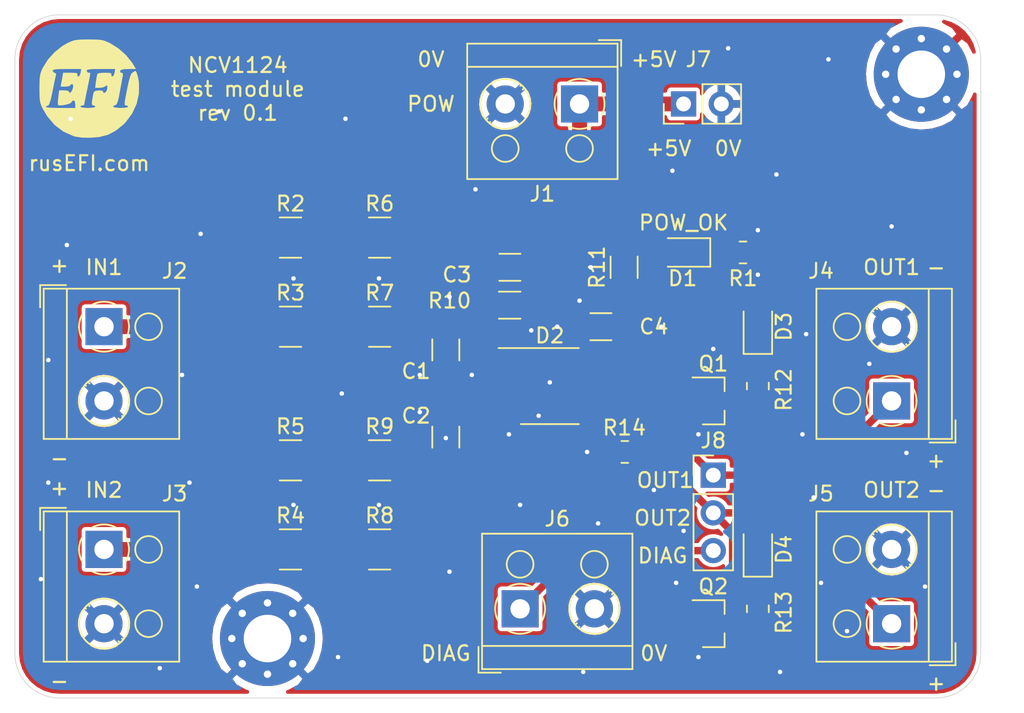
<source format=kicad_pcb>
(kicad_pcb (version 20171130) (host pcbnew "(5.1.8)-1")
  (title_block (date 2020-12-12) (company rusEFI.com))
  (layers (0 F.Cu signal) (31 B.Cu signal) (34 B.Paste user) (35 F.Paste user) (36 B.SilkS user) (37 F.SilkS user) (38 B.Mask user) (39 F.Mask user) (44 Edge.Cuts user))
  (net 0 "")
  (net 1 GND)
  (net 2 "Net-(C1-Pad1)")
  (net 3 "Net-(C2-Pad1)")
  (net 4 "Net-(C3-Pad2)")
  (net 5 +5V)
  (net 6 "Net-(C4-Pad1)")
  (net 7 "Net-(D1-Pad1)")
  (net 8 "Net-(D2-Pad7)")
  (net 9 "Net-(D2-Pad6)")
  (net 10 "Net-(D2-Pad5)")
  (net 11 "Net-(D3-Pad1)")
  (net 12 "Net-(D4-Pad1)")
  (net 13 "Net-(J2-Pad1)")
  (net 14 "Net-(J3-Pad1)")
  (net 15 "Net-(Q1-Pad3)")
  (net 16 "Net-(Q2-Pad3)")
  (net 17 "Net-(R2-Pad2)")
  (net 18 "Net-(R3-Pad2)")
  (net 19 "Net-(R4-Pad2)")
  (net 20 "Net-(R5-Pad2)")
  (module Resistor_SMD:R_0805_2012Metric_Pad1.20x1.40mm_HandSolder (layer F.Cu) (at 146.05 51.435)
    (fp_text reference R14 (at -0.035849 -1.630174) (layer F.SilkS))
    (fp_text value 3K)
    (fp_line (start -0.227064 -0.735) (end 0.227064 -0.735) (layer F.SilkS) (width 0.12))
    (fp_line (start -0.227064 0.735) (end 0.227064 0.735) (layer F.SilkS) (width 0.12))
    (pad 2 smd roundrect (at 1 0) (size 1.2 1.4) (layers F.Cu F.Paste F.Mask) (roundrect_rratio 0.2083325) (net 10 "Net-(D2-Pad5)"))
    (pad 1 smd roundrect (at -1 0) (size 1.2 1.4) (layers F.Cu F.Paste F.Mask) (roundrect_rratio 0.2083325) (net 1 GND))
  )
  (module Connector_PinHeader_2.54mm:PinHeader_1x03_P2.54mm_Vertical (layer F.Cu) (at 152 53)
    (fp_text reference J8 (at 0 -2.33) (layer F.SilkS))
    (fp_text value Conn_01x03_Male)
    (fp_line (start -1.33 6.41) (end 1.33 6.41) (layer F.SilkS) (width 0.12))
    (fp_line (start -1.33 1.27) (end -1.33 6.41) (layer F.SilkS) (width 0.12))
    (fp_line (start 1.33 1.27) (end 1.33 6.41) (layer F.SilkS) (width 0.12))
    (fp_line (start -1.33 1.27) (end 1.33 1.27) (layer F.SilkS) (width 0.12))
    (fp_line (start -1.33 0) (end -1.33 -1.33) (layer F.SilkS) (width 0.12))
    (fp_line (start -1.33 -1.33) (end 0 -1.33) (layer F.SilkS) (width 0.12))
    (pad 3 thru_hole oval (at 0 5.08) (size 1.7 1.7) (drill 1) (layers *.Cu *.Mask) (net 10 "Net-(D2-Pad5)"))
    (pad 2 thru_hole oval (at 0 2.54) (size 1.7 1.7) (drill 1) (layers *.Cu *.Mask) (net 9 "Net-(D2-Pad6)"))
    (pad 1 thru_hole rect (at 0 0) (size 1.7 1.7) (drill 1) (layers *.Cu *.Mask) (net 8 "Net-(D2-Pad7)"))
  )
  (module Connector_PinHeader_2.54mm:PinHeader_1x02_P2.54mm_Vertical (layer F.Cu) (at 150 28 90)
    (fp_text reference J7 (at 3 1 180) (layer F.SilkS))
    (fp_text value Conn_01x02_Male)
    (fp_line (start -1.33 3.87) (end 1.33 3.87) (layer F.SilkS) (width 0.12))
    (fp_line (start -1.33 1.27) (end -1.33 3.87) (layer F.SilkS) (width 0.12))
    (fp_line (start 1.33 1.27) (end 1.33 3.87) (layer F.SilkS) (width 0.12))
    (fp_line (start -1.33 1.27) (end 1.33 1.27) (layer F.SilkS) (width 0.12))
    (fp_line (start -1.33 0) (end -1.33 -1.33) (layer F.SilkS) (width 0.12))
    (fp_line (start -1.33 -1.33) (end 0 -1.33) (layer F.SilkS) (width 0.12))
    (pad 2 thru_hole oval (at 0 2.54 90) (size 1.7 1.7) (drill 1) (layers *.Cu *.Mask) (net 1 GND))
    (pad 1 thru_hole rect (at 0 0 90) (size 1.7 1.7) (drill 1) (layers *.Cu *.Mask) (net 5 +5V))
  )
  (module MountingHole:MountingHole_3.2mm_M3_Pad_Via (layer F.Cu) (at 166 26)
    (fp_text reference H2 hide)
    (fp_text value MountingHole_Pad)
    (pad 1 thru_hole circle (at 1.697056 -1.697056) (size 0.8 0.8) (drill 0.5) (layers *.Cu *.Mask) (net 1 GND))
    (pad 1 thru_hole circle (at 0 -2.4) (size 0.8 0.8) (drill 0.5) (layers *.Cu *.Mask) (net 1 GND))
    (pad 1 thru_hole circle (at -1.697056 -1.697056) (size 0.8 0.8) (drill 0.5) (layers *.Cu *.Mask) (net 1 GND))
    (pad 1 thru_hole circle (at -2.4 0) (size 0.8 0.8) (drill 0.5) (layers *.Cu *.Mask) (net 1 GND))
    (pad 1 thru_hole circle (at -1.697056 1.697056) (size 0.8 0.8) (drill 0.5) (layers *.Cu *.Mask) (net 1 GND))
    (pad 1 thru_hole circle (at 0 2.4) (size 0.8 0.8) (drill 0.5) (layers *.Cu *.Mask) (net 1 GND))
    (pad 1 thru_hole circle (at 1.697056 1.697056) (size 0.8 0.8) (drill 0.5) (layers *.Cu *.Mask) (net 1 GND))
    (pad 1 thru_hole circle (at 2.4 0) (size 0.8 0.8) (drill 0.5) (layers *.Cu *.Mask) (net 1 GND))
    (pad 1 thru_hole circle (at 0 0) (size 6.4 6.4) (drill 3.2) (layers *.Cu *.Mask) (net 1 GND))
  )
  (module MountingHole:MountingHole_3.2mm_M3_Pad_Via (layer F.Cu) (at 122 64)
    (fp_text reference H1 hide)
    (fp_text value MountingHole_Pad)
    (pad 1 thru_hole circle (at 1.697056 -1.697056) (size 0.8 0.8) (drill 0.5) (layers *.Cu *.Mask) (net 1 GND))
    (pad 1 thru_hole circle (at 0 -2.4) (size 0.8 0.8) (drill 0.5) (layers *.Cu *.Mask) (net 1 GND))
    (pad 1 thru_hole circle (at -1.697056 -1.697056) (size 0.8 0.8) (drill 0.5) (layers *.Cu *.Mask) (net 1 GND))
    (pad 1 thru_hole circle (at -2.4 0) (size 0.8 0.8) (drill 0.5) (layers *.Cu *.Mask) (net 1 GND))
    (pad 1 thru_hole circle (at -1.697056 1.697056) (size 0.8 0.8) (drill 0.5) (layers *.Cu *.Mask) (net 1 GND))
    (pad 1 thru_hole circle (at 0 2.4) (size 0.8 0.8) (drill 0.5) (layers *.Cu *.Mask) (net 1 GND))
    (pad 1 thru_hole circle (at 1.697056 1.697056) (size 0.8 0.8) (drill 0.5) (layers *.Cu *.Mask) (net 1 GND))
    (pad 1 thru_hole circle (at 2.4 0) (size 0.8 0.8) (drill 0.5) (layers *.Cu *.Mask) (net 1 GND))
    (pad 1 thru_hole circle (at 0 0) (size 6.4 6.4) (drill 3.2) (layers *.Cu *.Mask) (net 1 GND))
  )
  (module rusefi_lib:LOGO (layer F.Cu) (at 110 27)
    (fp_text reference G1 hide)
    (fp_text value LOGO hide)
    (fp_poly (pts (xy 3.3528 -0.39624) (xy 3.35026 0.29972) (xy 3.19532 0.9906) (xy 2.8956 1.64338) (xy 2.46634 2.21996) (xy 2.31394 2.37744) (xy 1.80086 2.794) (xy 1.27508 3.07086) (xy 0.68834 3.2258) (xy 0.127 3.27406) (xy -0.46736 3.26898) (xy -0.9271 3.2004) (xy -1.05664 3.16484) (xy -1.73482 2.86258) (xy -2.32156 2.41808) (xy -2.8194 1.83134) (xy -3.10896 1.3462) (xy -3.21564 1.12776) (xy -3.28422 0.92964) (xy -3.32232 0.70866) (xy -3.3401 0.4191) (xy -3.34518 0.01016) (xy -3.34518 -0.04318) (xy -3.3401 -0.46736) (xy -3.32486 -0.77216) (xy -3.28676 -1.0033) (xy -3.22072 -1.21158) (xy -3.11658 -1.44272) (xy -3.10134 -1.46812) (xy -2.7686 -1.99644) (xy -2.31648 -2.49428) (xy -1.79832 -2.90576) (xy -1.47574 -3.09372) (xy -1.23698 -3.20294) (xy -1.03124 -3.2766) (xy -0.80518 -3.31724) (xy -0.51562 -3.33756) (xy -0.10922 -3.34264) (xy -0.04064 -3.34264) (xy 0.37846 -3.3401) (xy 0.68072 -3.32486) (xy 0.90932 -3.2893) (xy 1.1176 -3.22326) (xy 1.35382 -3.11658) (xy 1.44018 -3.0734) (xy 1.97612 -2.73558) (xy 2.47904 -2.28854) (xy 2.88798 -1.78308) (xy 2.95656 -1.67132) (xy 3.14706 -1.35382) (xy 2.63906 -1.35382) (xy 2.32664 -1.34112) (xy 2.14884 -1.2954) (xy 2.08534 -1.22936) (xy 2.10058 -1.12014) (xy 2.1717 -1.10236) (xy 2.26314 -1.05918) (xy 2.26568 -0.90678) (xy 2.25806 -0.86868) (xy 2.2225 -0.6858) (xy 2.16916 -0.38608) (xy 2.10058 -0.01778) (xy 2.06248 0.2032) (xy 1.98374 0.60452) (xy 1.91516 0.86614) (xy 1.84658 1.016) (xy 1.77038 1.07696) (xy 1.76022 1.0795) (xy 1.74752 1.08458) (xy 1.74752 -1.35382) (xy 0.78994 -1.35382) (xy 0.36576 -1.35128) (xy 0.08382 -1.33858) (xy -0.08128 -1.31318) (xy -0.15494 -1.27254) (xy -0.17018 -1.22682) (xy -0.1016 -1.11506) (xy -0.04318 -1.09982) (xy 0.01524 -1.1049) (xy 0.05334 -1.09728) (xy 0.06858 -1.0541) (xy 0.06096 -0.94996) (xy 0.0254 -0.75438) (xy -0.03556 -0.44704) (xy -0.127 0) (xy -0.20828 0.39624) (xy -0.27432 0.72898) (xy -0.32004 0.96266) (xy -0.33782 1.0668) (xy -0.33782 1.06934) (xy -0.40894 1.09728) (xy -0.46482 1.09982) (xy -0.53848 1.12776) (xy -0.53848 -1.35382) (xy -1.49606 -1.35382) (xy -1.92024 -1.35128) (xy -2.20218 -1.33858) (xy -2.36728 -1.31318) (xy -2.44094 -1.27254) (xy -2.45618 -1.22682) (xy -2.3876 -1.1176) (xy -2.3241 -1.09982) (xy -2.22758 -1.04394) (xy -2.23266 -0.9525) (xy -2.26568 -0.8128) (xy -2.3241 -0.5461) (xy -2.39522 -0.19558) (xy -2.4638 0.14732) (xy -2.5654 0.62484) (xy -2.65684 0.9398) (xy -2.73304 1.08712) (xy -2.75844 1.09982) (xy -2.89814 1.15824) (xy -2.921 1.18618) (xy -2.86512 1.22428) (xy -2.64922 1.25222) (xy -2.27838 1.26746) (xy -1.95326 1.27) (xy -0.93218 1.27) (xy -0.93218 1.016) (xy -0.97028 0.8128) (xy -1.05918 0.762) (xy -1.17094 0.8255) (xy -1.18618 0.88138) (xy -1.25984 0.94996) (xy -1.44526 1.01854) (xy -1.67894 1.07188) (xy -1.905 1.09982) (xy -2.06248 1.08712) (xy -2.09042 1.06934) (xy -2.10566 0.96774) (xy -2.09804 0.7493) (xy -2.07772 0.55372) (xy -2.0193 0.08382) (xy -1.68656 0.08382) (xy -1.47828 0.10414) (xy -1.36144 0.15748) (xy -1.35382 0.17526) (xy -1.3208 0.25908) (xy -1.2446 0.22352) (xy -1.1557 0.10414) (xy -1.0922 -0.06858) (xy -1.0922 -0.07112) (xy -1.07442 -0.26416) (xy -1.1303 -0.33782) (xy -1.15316 -0.33782) (xy -1.25984 -0.28956) (xy -1.27 -0.254) (xy -1.3462 -0.20066) (xy -1.53162 -0.17018) (xy -1.59512 -0.17018) (xy -1.9177 -0.17018) (xy -1.83388 -0.635) (xy -1.75006 -1.10236) (xy -1.24714 -1.09982) (xy -0.9652 -1.09474) (xy -0.82042 -1.0668) (xy -0.78486 -1.00838) (xy -0.79248 -0.97282) (xy -0.78232 -0.8636) (xy -0.72644 -0.84582) (xy -0.635 -0.92202) (xy -0.57658 -1.09728) (xy -0.57404 -1.09982) (xy -0.53848 -1.35382) (xy -0.53848 1.12776) (xy -0.57912 1.14554) (xy -0.59182 1.18618) (xy -0.51562 1.22936) (xy -0.31496 1.25984) (xy -0.08382 1.27) (xy 0.18542 1.2573) (xy 0.3683 1.22428) (xy 0.42418 1.18618) (xy 0.35306 1.11252) (xy 0.28702 1.09982) (xy 0.20574 1.07442) (xy 0.18034 0.96774) (xy 0.2032 0.74168) (xy 0.20828 0.70866) (xy 0.254 0.44704) (xy 0.29718 0.24892) (xy 0.31242 0.20066) (xy 0.40894 0.12954) (xy 0.5842 0.0889) (xy 0.7747 0.0889) (xy 0.90678 0.127) (xy 0.93218 0.17018) (xy 0.97282 0.25908) (xy 1.0668 0.2413) (xy 1.16586 0.13716) (xy 1.20904 0.02032) (xy 1.22936 -0.19304) (xy 1.17856 -0.254) (xy 1.08204 -0.18542) (xy 0.93218 -0.11684) (xy 0.70866 -0.08636) (xy 0.69088 -0.08382) (xy 0.40132 -0.08382) (xy 0.45974 -0.52578) (xy 0.50038 -0.7874) (xy 0.54102 -0.9779) (xy 0.5588 -1.03378) (xy 0.6604 -1.06934) (xy 0.87884 -1.09474) (xy 1.07188 -1.09982) (xy 1.34112 -1.0922) (xy 1.4732 -1.06172) (xy 1.50114 -1.00076) (xy 1.49352 -0.97536) (xy 1.50368 -0.8636) (xy 1.55956 -0.84582) (xy 1.651 -0.92202) (xy 1.70942 -1.09728) (xy 1.71196 -1.09982) (xy 1.74752 -1.35382) (xy 1.74752 1.08458) (xy 1.61544 1.14046) (xy 1.62306 1.19888) (xy 1.76276 1.2446) (xy 2.0193 1.26746) (xy 2.11582 1.27) (xy 2.3876 1.2573) (xy 2.57048 1.22428) (xy 2.62382 1.18618) (xy 2.55524 1.10998) (xy 2.49682 1.09982) (xy 2.43586 1.09474) (xy 2.39776 1.06426) (xy 2.3876 0.98298) (xy 2.40284 0.82296) (xy 2.44602 0.56134) (xy 2.52222 0.17272) (xy 2.57302 -0.08128) (xy 2.67716 -0.56388) (xy 2.77368 -0.89408) (xy 2.85496 -1.06426) (xy 2.88544 -1.08712) (xy 3.03276 -1.1811) (xy 3.06324 -1.21666) (xy 3.12674 -1.22428) (xy 3.2004 -1.0922) (xy 3.27406 -0.8509) (xy 3.33502 -0.5334) (xy 3.3528 -0.39624)) (layer F.SilkS) (width 0.00254))
  )
  (module LED_SMD:LED_0805_2012Metric_Pad1.15x1.40mm_HandSolder (layer F.Cu) (at 155 57.975 90)
    (fp_text reference D4 (at -0.025 1.75 90) (layer F.SilkS))
    (fp_text value LED)
    (fp_line (start 1 -0.96) (end -1.86 -0.96) (layer F.SilkS) (width 0.12))
    (fp_line (start -1.86 -0.96) (end -1.86 0.96) (layer F.SilkS) (width 0.12))
    (fp_line (start -1.86 0.96) (end 1 0.96) (layer F.SilkS) (width 0.12))
    (pad 2 smd roundrect (at 1.025 0 90) (size 1.15 1.4) (layers F.Cu F.Paste F.Mask) (roundrect_rratio 0.2173904347826087) (net 5 +5V))
    (pad 1 smd roundrect (at -1.025 0 90) (size 1.15 1.4) (layers F.Cu F.Paste F.Mask) (roundrect_rratio 0.2173904347826087) (net 12 "Net-(D4-Pad1)"))
  )
  (module LED_SMD:LED_0805_2012Metric_Pad1.15x1.40mm_HandSolder (layer F.Cu) (at 155 42.975 90)
    (fp_text reference D3 (at -0.025 1.75 90) (layer F.SilkS))
    (fp_text value LED)
    (fp_line (start 1 -0.96) (end -1.86 -0.96) (layer F.SilkS) (width 0.12))
    (fp_line (start -1.86 -0.96) (end -1.86 0.96) (layer F.SilkS) (width 0.12))
    (fp_line (start -1.86 0.96) (end 1 0.96) (layer F.SilkS) (width 0.12))
    (pad 2 smd roundrect (at 1.025 0 90) (size 1.15 1.4) (layers F.Cu F.Paste F.Mask) (roundrect_rratio 0.2173904347826087) (net 5 +5V))
    (pad 1 smd roundrect (at -1.025 0 90) (size 1.15 1.4) (layers F.Cu F.Paste F.Mask) (roundrect_rratio 0.2173904347826087) (net 11 "Net-(D3-Pad1)"))
  )
  (module LED_SMD:LED_0805_2012Metric_Pad1.15x1.40mm_HandSolder (layer F.Cu) (at 149.9375 38 180)
    (fp_text reference D1 (at 0 -1.75) (layer F.SilkS))
    (fp_text value LED)
    (fp_line (start 1 -0.96) (end -1.86 -0.96) (layer F.SilkS) (width 0.12))
    (fp_line (start -1.86 -0.96) (end -1.86 0.96) (layer F.SilkS) (width 0.12))
    (fp_line (start -1.86 0.96) (end 1 0.96) (layer F.SilkS) (width 0.12))
    (pad 2 smd roundrect (at 1.025 0 180) (size 1.15 1.4) (layers F.Cu F.Paste F.Mask) (roundrect_rratio 0.2173904347826087) (net 5 +5V))
    (pad 1 smd roundrect (at -1.025 0 180) (size 1.15 1.4) (layers F.Cu F.Paste F.Mask) (roundrect_rratio 0.2173904347826087) (net 7 "Net-(D1-Pad1)"))
  )
  (module Resistor_SMD:R_0805_2012Metric_Pad1.20x1.40mm_HandSolder (layer F.Cu) (at 155 62 90)
    (fp_text reference R13 (at -0.25 1.75 90) (layer F.SilkS))
    (fp_text value 3K)
    (fp_line (start -0.227064 -0.735) (end 0.227064 -0.735) (layer F.SilkS) (width 0.12))
    (fp_line (start -0.227064 0.735) (end 0.227064 0.735) (layer F.SilkS) (width 0.12))
    (pad 2 smd roundrect (at 1 0 90) (size 1.2 1.4) (layers F.Cu F.Paste F.Mask) (roundrect_rratio 0.2083325) (net 12 "Net-(D4-Pad1)"))
    (pad 1 smd roundrect (at -1 0 90) (size 1.2 1.4) (layers F.Cu F.Paste F.Mask) (roundrect_rratio 0.2083325) (net 16 "Net-(Q2-Pad3)"))
  )
  (module Resistor_SMD:R_0805_2012Metric_Pad1.20x1.40mm_HandSolder (layer F.Cu) (at 155 47 90)
    (fp_text reference R12 (at -0.25 1.75 90) (layer F.SilkS))
    (fp_text value 3K)
    (fp_line (start -0.227064 -0.735) (end 0.227064 -0.735) (layer F.SilkS) (width 0.12))
    (fp_line (start -0.227064 0.735) (end 0.227064 0.735) (layer F.SilkS) (width 0.12))
    (pad 2 smd roundrect (at 1 0 90) (size 1.2 1.4) (layers F.Cu F.Paste F.Mask) (roundrect_rratio 0.2083325) (net 11 "Net-(D3-Pad1)"))
    (pad 1 smd roundrect (at -1 0 90) (size 1.2 1.4) (layers F.Cu F.Paste F.Mask) (roundrect_rratio 0.2083325) (net 15 "Net-(Q1-Pad3)"))
  )
  (module Resistor_SMD:R_1206_3216Metric_Pad1.30x1.75mm_HandSolder (layer F.Cu) (at 146 39 90)
    (fp_text reference R11 (at 0 -1.82 90) (layer F.SilkS))
    (fp_text value 39)
    (fp_line (start -0.727064 -0.91) (end 0.727064 -0.91) (layer F.SilkS) (width 0.12))
    (fp_line (start -0.727064 0.91) (end 0.727064 0.91) (layer F.SilkS) (width 0.12))
    (pad 2 smd roundrect (at 1.55 0 90) (size 1.3 1.75) (layers F.Cu F.Paste F.Mask) (roundrect_rratio 0.1923069230769231) (net 5 +5V))
    (pad 1 smd roundrect (at -1.55 0 90) (size 1.3 1.75) (layers F.Cu F.Paste F.Mask) (roundrect_rratio 0.1923069230769231) (net 6 "Net-(C4-Pad1)"))
  )
  (module Resistor_SMD:R_1206_3216Metric_Pad1.30x1.75mm_HandSolder (layer F.Cu) (at 138.3 41.55 180)
    (fp_text reference R10 (at 4.05 0.3) (layer F.SilkS))
    (fp_text value 24k)
    (fp_line (start -0.727064 -0.91) (end 0.727064 -0.91) (layer F.SilkS) (width 0.12))
    (fp_line (start -0.727064 0.91) (end 0.727064 0.91) (layer F.SilkS) (width 0.12))
    (pad 2 smd roundrect (at 1.55 0 180) (size 1.3 1.75) (layers F.Cu F.Paste F.Mask) (roundrect_rratio 0.1923069230769231) (net 4 "Net-(C3-Pad2)"))
    (pad 1 smd roundrect (at -1.55 0 180) (size 1.3 1.75) (layers F.Cu F.Paste F.Mask) (roundrect_rratio 0.1923069230769231) (net 1 GND))
  )
  (module Resistor_SMD:R_1210_3225Metric_Pad1.30x2.65mm_HandSolder (layer F.Cu) (at 129.55 52)
    (fp_text reference R9 (at 0 -2.28) (layer F.SilkS))
    (fp_text value 22k)
    (fp_line (start -0.723737 -1.355) (end 0.723737 -1.355) (layer F.SilkS) (width 0.12))
    (fp_line (start -0.723737 1.355) (end 0.723737 1.355) (layer F.SilkS) (width 0.12))
    (pad 2 smd roundrect (at 1.55 0) (size 1.3 2.65) (layers F.Cu F.Paste F.Mask) (roundrect_rratio 0.1923069230769231) (net 3 "Net-(C2-Pad1)"))
    (pad 1 smd roundrect (at -1.55 0) (size 1.3 2.65) (layers F.Cu F.Paste F.Mask) (roundrect_rratio 0.1923069230769231) (net 20 "Net-(R5-Pad2)"))
  )
  (module Resistor_SMD:R_1210_3225Metric_Pad1.30x2.65mm_HandSolder (layer F.Cu) (at 129.55 58)
    (fp_text reference R8 (at 0 -2.28) (layer F.SilkS))
    (fp_text value 22k)
    (fp_line (start -0.723737 -1.355) (end 0.723737 -1.355) (layer F.SilkS) (width 0.12))
    (fp_line (start -0.723737 1.355) (end 0.723737 1.355) (layer F.SilkS) (width 0.12))
    (pad 2 smd roundrect (at 1.55 0) (size 1.3 2.65) (layers F.Cu F.Paste F.Mask) (roundrect_rratio 0.1923069230769231) (net 3 "Net-(C2-Pad1)"))
    (pad 1 smd roundrect (at -1.55 0) (size 1.3 2.65) (layers F.Cu F.Paste F.Mask) (roundrect_rratio 0.1923069230769231) (net 19 "Net-(R4-Pad2)"))
  )
  (module Resistor_SMD:R_1210_3225Metric_Pad1.30x2.65mm_HandSolder (layer F.Cu) (at 129.55 43)
    (fp_text reference R7 (at 0 -2.28) (layer F.SilkS))
    (fp_text value 22k)
    (fp_line (start -0.723737 -1.355) (end 0.723737 -1.355) (layer F.SilkS) (width 0.12))
    (fp_line (start -0.723737 1.355) (end 0.723737 1.355) (layer F.SilkS) (width 0.12))
    (pad 2 smd roundrect (at 1.55 0) (size 1.3 2.65) (layers F.Cu F.Paste F.Mask) (roundrect_rratio 0.1923069230769231) (net 2 "Net-(C1-Pad1)"))
    (pad 1 smd roundrect (at -1.55 0) (size 1.3 2.65) (layers F.Cu F.Paste F.Mask) (roundrect_rratio 0.1923069230769231) (net 18 "Net-(R3-Pad2)"))
  )
  (module Resistor_SMD:R_1210_3225Metric_Pad1.30x2.65mm_HandSolder (layer F.Cu) (at 129.55 37)
    (fp_text reference R6 (at 0 -2.28) (layer F.SilkS))
    (fp_text value 22k)
    (fp_line (start -0.723737 -1.355) (end 0.723737 -1.355) (layer F.SilkS) (width 0.12))
    (fp_line (start -0.723737 1.355) (end 0.723737 1.355) (layer F.SilkS) (width 0.12))
    (pad 2 smd roundrect (at 1.55 0) (size 1.3 2.65) (layers F.Cu F.Paste F.Mask) (roundrect_rratio 0.1923069230769231) (net 2 "Net-(C1-Pad1)"))
    (pad 1 smd roundrect (at -1.55 0) (size 1.3 2.65) (layers F.Cu F.Paste F.Mask) (roundrect_rratio 0.1923069230769231) (net 17 "Net-(R2-Pad2)"))
  )
  (module Resistor_SMD:R_1210_3225Metric_Pad1.30x2.65mm_HandSolder (layer F.Cu) (at 123.55 52)
    (fp_text reference R5 (at 0 -2.28) (layer F.SilkS))
    (fp_text value 22k)
    (fp_line (start -0.723737 -1.355) (end 0.723737 -1.355) (layer F.SilkS) (width 0.12))
    (fp_line (start -0.723737 1.355) (end 0.723737 1.355) (layer F.SilkS) (width 0.12))
    (pad 2 smd roundrect (at 1.55 0) (size 1.3 2.65) (layers F.Cu F.Paste F.Mask) (roundrect_rratio 0.1923069230769231) (net 20 "Net-(R5-Pad2)"))
    (pad 1 smd roundrect (at -1.55 0) (size 1.3 2.65) (layers F.Cu F.Paste F.Mask) (roundrect_rratio 0.1923069230769231) (net 14 "Net-(J3-Pad1)"))
  )
  (module Resistor_SMD:R_1210_3225Metric_Pad1.30x2.65mm_HandSolder (layer F.Cu) (at 123.55 58)
    (fp_text reference R4 (at 0 -2.28) (layer F.SilkS))
    (fp_text value 22k)
    (fp_line (start -0.723737 -1.355) (end 0.723737 -1.355) (layer F.SilkS) (width 0.12))
    (fp_line (start -0.723737 1.355) (end 0.723737 1.355) (layer F.SilkS) (width 0.12))
    (pad 2 smd roundrect (at 1.55 0) (size 1.3 2.65) (layers F.Cu F.Paste F.Mask) (roundrect_rratio 0.1923069230769231) (net 19 "Net-(R4-Pad2)"))
    (pad 1 smd roundrect (at -1.55 0) (size 1.3 2.65) (layers F.Cu F.Paste F.Mask) (roundrect_rratio 0.1923069230769231) (net 14 "Net-(J3-Pad1)"))
  )
  (module Resistor_SMD:R_1210_3225Metric_Pad1.30x2.65mm_HandSolder (layer F.Cu) (at 123.55 43)
    (fp_text reference R3 (at 0 -2.28) (layer F.SilkS))
    (fp_text value 22k)
    (fp_line (start -0.723737 -1.355) (end 0.723737 -1.355) (layer F.SilkS) (width 0.12))
    (fp_line (start -0.723737 1.355) (end 0.723737 1.355) (layer F.SilkS) (width 0.12))
    (pad 2 smd roundrect (at 1.55 0) (size 1.3 2.65) (layers F.Cu F.Paste F.Mask) (roundrect_rratio 0.1923069230769231) (net 18 "Net-(R3-Pad2)"))
    (pad 1 smd roundrect (at -1.55 0) (size 1.3 2.65) (layers F.Cu F.Paste F.Mask) (roundrect_rratio 0.1923069230769231) (net 13 "Net-(J2-Pad1)"))
  )
  (module Resistor_SMD:R_1210_3225Metric_Pad1.30x2.65mm_HandSolder (layer F.Cu) (at 123.55 37)
    (fp_text reference R2 (at 0 -2.28) (layer F.SilkS))
    (fp_text value 22k)
    (fp_line (start -0.723737 -1.355) (end 0.723737 -1.355) (layer F.SilkS) (width 0.12))
    (fp_line (start -0.723737 1.355) (end 0.723737 1.355) (layer F.SilkS) (width 0.12))
    (pad 2 smd roundrect (at 1.55 0) (size 1.3 2.65) (layers F.Cu F.Paste F.Mask) (roundrect_rratio 0.1923069230769231) (net 17 "Net-(R2-Pad2)"))
    (pad 1 smd roundrect (at -1.55 0) (size 1.3 2.65) (layers F.Cu F.Paste F.Mask) (roundrect_rratio 0.1923069230769231) (net 13 "Net-(J2-Pad1)"))
  )
  (module Resistor_SMD:R_0805_2012Metric_Pad1.20x1.40mm_HandSolder (layer F.Cu) (at 154 38 180)
    (fp_text reference R1 (at 0 -1.75) (layer F.SilkS))
    (fp_text value 3K)
    (fp_line (start -0.227064 -0.735) (end 0.227064 -0.735) (layer F.SilkS) (width 0.12))
    (fp_line (start -0.227064 0.735) (end 0.227064 0.735) (layer F.SilkS) (width 0.12))
    (pad 2 smd roundrect (at 1 0 180) (size 1.2 1.4) (layers F.Cu F.Paste F.Mask) (roundrect_rratio 0.2083325) (net 7 "Net-(D1-Pad1)"))
    (pad 1 smd roundrect (at -1 0 180) (size 1.2 1.4) (layers F.Cu F.Paste F.Mask) (roundrect_rratio 0.2083325) (net 1 GND))
  )
  (module Package_TO_SOT_SMD:SOT-23 (layer F.Cu) (at 152 63)
    (fp_text reference Q2 (at 0 -2.5) (layer F.SilkS))
    (fp_text value 2N7002)
    (fp_line (start 0.76 1.58) (end 0.76 0.65) (layer F.SilkS) (width 0.12))
    (fp_line (start 0.76 -1.58) (end 0.76 -0.65) (layer F.SilkS) (width 0.12))
    (fp_line (start 0.76 -1.58) (end -1.4 -1.58) (layer F.SilkS) (width 0.12))
    (fp_line (start 0.76 1.58) (end -0.7 1.58) (layer F.SilkS) (width 0.12))
    (pad 3 smd rect (at 1 0) (size 0.9 0.8) (layers F.Cu F.Paste F.Mask) (net 16 "Net-(Q2-Pad3)"))
    (pad 2 smd rect (at -1 0.95) (size 0.9 0.8) (layers F.Cu F.Paste F.Mask) (net 1 GND))
    (pad 1 smd rect (at -1 -0.95) (size 0.9 0.8) (layers F.Cu F.Paste F.Mask) (net 9 "Net-(D2-Pad6)"))
  )
  (module Package_TO_SOT_SMD:SOT-23 (layer F.Cu) (at 152 48)
    (fp_text reference Q1 (at 0 -2.5) (layer F.SilkS))
    (fp_text value 2N7002)
    (fp_line (start 0.76 1.58) (end 0.76 0.65) (layer F.SilkS) (width 0.12))
    (fp_line (start 0.76 -1.58) (end 0.76 -0.65) (layer F.SilkS) (width 0.12))
    (fp_line (start 0.76 -1.58) (end -1.4 -1.58) (layer F.SilkS) (width 0.12))
    (fp_line (start 0.76 1.58) (end -0.7 1.58) (layer F.SilkS) (width 0.12))
    (pad 3 smd rect (at 1 0) (size 0.9 0.8) (layers F.Cu F.Paste F.Mask) (net 15 "Net-(Q1-Pad3)"))
    (pad 2 smd rect (at -1 0.95) (size 0.9 0.8) (layers F.Cu F.Paste F.Mask) (net 1 GND))
    (pad 1 smd rect (at -1 -0.95) (size 0.9 0.8) (layers F.Cu F.Paste F.Mask) (net 8 "Net-(D2-Pad7)"))
  )
  (module TerminalBlock_RND:TerminalBlock_RND_205-00001_1x02_P5.00mm_Horizontal (layer F.Cu) (at 139 62)
    (fp_text reference J6 (at 2.5 -6.06) (layer F.SilkS))
    (fp_text value Screw_Terminal_01x02)
    (fp_circle (center 0 -3) (end 0.9 -3) (layer F.SilkS) (width 0.12))
    (fp_circle (center 5 0) (end 6.68 0) (layer F.SilkS) (width 0.12))
    (fp_circle (center 5 -3) (end 5.9 -3) (layer F.SilkS) (width 0.12))
    (fp_line (start -2.56 2.5) (end 7.56 2.5) (layer F.SilkS) (width 0.12))
    (fp_line (start -2.56 -5.06) (end 7.56 -5.06) (layer F.SilkS) (width 0.12))
    (fp_line (start -2.56 4.06) (end 7.56 4.06) (layer F.SilkS) (width 0.12))
    (fp_line (start -2.56 -5.06) (end -2.56 4.06) (layer F.SilkS) (width 0.12))
    (fp_line (start 7.56 -5.06) (end 7.56 4.06) (layer F.SilkS) (width 0.12))
    (fp_line (start 6.275 -1.069) (end 6.181 -0.976) (layer F.SilkS) (width 0.12))
    (fp_line (start 3.99 1.216) (end 3.931 1.274) (layer F.SilkS) (width 0.12))
    (fp_line (start 6.07 -1.275) (end 6.011 -1.216) (layer F.SilkS) (width 0.12))
    (fp_line (start 3.82 0.976) (end 3.726 1.069) (layer F.SilkS) (width 0.12))
    (fp_line (start -2.8 2.56) (end -2.8 4.3) (layer F.SilkS) (width 0.12))
    (fp_line (start -2.8 4.3) (end -1.3 4.3) (layer F.SilkS) (width 0.12))
    (fp_arc (start 0 0) (end -0.789 1.484) (angle -29) (layer F.SilkS) (width 0.12))
    (fp_arc (start 0 0) (end -1.484 -0.789) (angle -56) (layer F.SilkS) (width 0.12))
    (fp_arc (start 0 0) (end 0.789 -1.484) (angle -56) (layer F.SilkS) (width 0.12))
    (fp_arc (start 0 0) (end 1.484 0.789) (angle -56) (layer F.SilkS) (width 0.12))
    (fp_arc (start 0 0) (end 0 1.68) (angle -28) (layer F.SilkS) (width 0.12))
    (pad 2 thru_hole circle (at 5 0) (size 2.5 2.5) (drill 1.3) (layers *.Cu *.Mask) (net 1 GND))
    (pad 1 thru_hole rect (at 0 0) (size 2.5 2.5) (drill 1.3) (layers *.Cu *.Mask) (net 10 "Net-(D2-Pad5)"))
  )
  (module TerminalBlock_RND:TerminalBlock_RND_205-00001_1x02_P5.00mm_Horizontal (layer F.Cu) (at 164 63 90)
    (fp_text reference J5 (at 8.75 -4.75 180) (layer F.SilkS))
    (fp_text value Screw_Terminal_01x02)
    (fp_circle (center 0 -3) (end 0.9 -3) (layer F.SilkS) (width 0.12))
    (fp_circle (center 5 0) (end 6.68 0) (layer F.SilkS) (width 0.12))
    (fp_circle (center 5 -3) (end 5.9 -3) (layer F.SilkS) (width 0.12))
    (fp_line (start -2.56 2.5) (end 7.56 2.5) (layer F.SilkS) (width 0.12))
    (fp_line (start -2.56 -5.06) (end 7.56 -5.06) (layer F.SilkS) (width 0.12))
    (fp_line (start -2.56 4.06) (end 7.56 4.06) (layer F.SilkS) (width 0.12))
    (fp_line (start -2.56 -5.06) (end -2.56 4.06) (layer F.SilkS) (width 0.12))
    (fp_line (start 7.56 -5.06) (end 7.56 4.06) (layer F.SilkS) (width 0.12))
    (fp_line (start 6.275 -1.069) (end 6.181 -0.976) (layer F.SilkS) (width 0.12))
    (fp_line (start 3.99 1.216) (end 3.931 1.274) (layer F.SilkS) (width 0.12))
    (fp_line (start 6.07 -1.275) (end 6.011 -1.216) (layer F.SilkS) (width 0.12))
    (fp_line (start 3.82 0.976) (end 3.726 1.069) (layer F.SilkS) (width 0.12))
    (fp_line (start -2.8 2.56) (end -2.8 4.3) (layer F.SilkS) (width 0.12))
    (fp_line (start -2.8 4.3) (end -1.3 4.3) (layer F.SilkS) (width 0.12))
    (fp_arc (start 0 0) (end -0.789 1.484) (angle -29) (layer F.SilkS) (width 0.12))
    (fp_arc (start 0 0) (end -1.484 -0.789) (angle -56) (layer F.SilkS) (width 0.12))
    (fp_arc (start 0 0) (end 0.789 -1.484) (angle -56) (layer F.SilkS) (width 0.12))
    (fp_arc (start 0 0) (end 1.484 0.789) (angle -56) (layer F.SilkS) (width 0.12))
    (fp_arc (start 0 0) (end 0 1.68) (angle -28) (layer F.SilkS) (width 0.12))
    (pad 2 thru_hole circle (at 5 0 90) (size 2.5 2.5) (drill 1.3) (layers *.Cu *.Mask) (net 1 GND))
    (pad 1 thru_hole rect (at 0 0 90) (size 2.5 2.5) (drill 1.3) (layers *.Cu *.Mask) (net 9 "Net-(D2-Pad6)"))
  )
  (module TerminalBlock_RND:TerminalBlock_RND_205-00001_1x02_P5.00mm_Horizontal (layer F.Cu) (at 164 48 90)
    (fp_text reference J4 (at 8.75 -4.75 180) (layer F.SilkS))
    (fp_text value Screw_Terminal_01x02)
    (fp_circle (center 0 -3) (end 0.9 -3) (layer F.SilkS) (width 0.12))
    (fp_circle (center 5 0) (end 6.68 0) (layer F.SilkS) (width 0.12))
    (fp_circle (center 5 -3) (end 5.9 -3) (layer F.SilkS) (width 0.12))
    (fp_line (start -2.56 2.5) (end 7.56 2.5) (layer F.SilkS) (width 0.12))
    (fp_line (start -2.56 -5.06) (end 7.56 -5.06) (layer F.SilkS) (width 0.12))
    (fp_line (start -2.56 4.06) (end 7.56 4.06) (layer F.SilkS) (width 0.12))
    (fp_line (start -2.56 -5.06) (end -2.56 4.06) (layer F.SilkS) (width 0.12))
    (fp_line (start 7.56 -5.06) (end 7.56 4.06) (layer F.SilkS) (width 0.12))
    (fp_line (start 6.275 -1.069) (end 6.181 -0.976) (layer F.SilkS) (width 0.12))
    (fp_line (start 3.99 1.216) (end 3.931 1.274) (layer F.SilkS) (width 0.12))
    (fp_line (start 6.07 -1.275) (end 6.011 -1.216) (layer F.SilkS) (width 0.12))
    (fp_line (start 3.82 0.976) (end 3.726 1.069) (layer F.SilkS) (width 0.12))
    (fp_line (start -2.8 2.56) (end -2.8 4.3) (layer F.SilkS) (width 0.12))
    (fp_line (start -2.8 4.3) (end -1.3 4.3) (layer F.SilkS) (width 0.12))
    (fp_arc (start 0 0) (end -0.789 1.484) (angle -29) (layer F.SilkS) (width 0.12))
    (fp_arc (start 0 0) (end -1.484 -0.789) (angle -56) (layer F.SilkS) (width 0.12))
    (fp_arc (start 0 0) (end 0.789 -1.484) (angle -56) (layer F.SilkS) (width 0.12))
    (fp_arc (start 0 0) (end 1.484 0.789) (angle -56) (layer F.SilkS) (width 0.12))
    (fp_arc (start 0 0) (end 0 1.68) (angle -28) (layer F.SilkS) (width 0.12))
    (pad 2 thru_hole circle (at 5 0 90) (size 2.5 2.5) (drill 1.3) (layers *.Cu *.Mask) (net 1 GND))
    (pad 1 thru_hole rect (at 0 0 90) (size 2.5 2.5) (drill 1.3) (layers *.Cu *.Mask) (net 8 "Net-(D2-Pad7)"))
  )
  (module TerminalBlock_RND:TerminalBlock_RND_205-00001_1x02_P5.00mm_Horizontal (layer F.Cu) (at 111 58 270)
    (fp_text reference J3 (at -3.75 -4.75 180) (layer F.SilkS))
    (fp_text value Screw_Terminal_01x02)
    (fp_circle (center 0 -3) (end 0.9 -3) (layer F.SilkS) (width 0.12))
    (fp_circle (center 5 0) (end 6.68 0) (layer F.SilkS) (width 0.12))
    (fp_circle (center 5 -3) (end 5.9 -3) (layer F.SilkS) (width 0.12))
    (fp_line (start -2.56 2.5) (end 7.56 2.5) (layer F.SilkS) (width 0.12))
    (fp_line (start -2.56 -5.06) (end 7.56 -5.06) (layer F.SilkS) (width 0.12))
    (fp_line (start -2.56 4.06) (end 7.56 4.06) (layer F.SilkS) (width 0.12))
    (fp_line (start -2.56 -5.06) (end -2.56 4.06) (layer F.SilkS) (width 0.12))
    (fp_line (start 7.56 -5.06) (end 7.56 4.06) (layer F.SilkS) (width 0.12))
    (fp_line (start 6.275 -1.069) (end 6.181 -0.976) (layer F.SilkS) (width 0.12))
    (fp_line (start 3.99 1.216) (end 3.931 1.274) (layer F.SilkS) (width 0.12))
    (fp_line (start 6.07 -1.275) (end 6.011 -1.216) (layer F.SilkS) (width 0.12))
    (fp_line (start 3.82 0.976) (end 3.726 1.069) (layer F.SilkS) (width 0.12))
    (fp_line (start -2.8 2.56) (end -2.8 4.3) (layer F.SilkS) (width 0.12))
    (fp_line (start -2.8 4.3) (end -1.3 4.3) (layer F.SilkS) (width 0.12))
    (fp_arc (start 0 0) (end -0.789 1.484) (angle -29) (layer F.SilkS) (width 0.12))
    (fp_arc (start 0 0) (end -1.484 -0.789) (angle -56) (layer F.SilkS) (width 0.12))
    (fp_arc (start 0 0) (end 0.789 -1.484) (angle -56) (layer F.SilkS) (width 0.12))
    (fp_arc (start 0 0) (end 1.484 0.789) (angle -56) (layer F.SilkS) (width 0.12))
    (fp_arc (start 0 0) (end 0 1.68) (angle -28) (layer F.SilkS) (width 0.12))
    (pad 2 thru_hole circle (at 5 0 270) (size 2.5 2.5) (drill 1.3) (layers *.Cu *.Mask) (net 1 GND))
    (pad 1 thru_hole rect (at 0 0 270) (size 2.5 2.5) (drill 1.3) (layers *.Cu *.Mask) (net 14 "Net-(J3-Pad1)"))
  )
  (module TerminalBlock_RND:TerminalBlock_RND_205-00001_1x02_P5.00mm_Horizontal (layer F.Cu) (at 111 43 270)
    (fp_text reference J2 (at -3.75 -4.75 180) (layer F.SilkS))
    (fp_text value Screw_Terminal_01x02)
    (fp_circle (center 0 -3) (end 0.9 -3) (layer F.SilkS) (width 0.12))
    (fp_circle (center 5 0) (end 6.68 0) (layer F.SilkS) (width 0.12))
    (fp_circle (center 5 -3) (end 5.9 -3) (layer F.SilkS) (width 0.12))
    (fp_line (start -2.56 2.5) (end 7.56 2.5) (layer F.SilkS) (width 0.12))
    (fp_line (start -2.56 -5.06) (end 7.56 -5.06) (layer F.SilkS) (width 0.12))
    (fp_line (start -2.56 4.06) (end 7.56 4.06) (layer F.SilkS) (width 0.12))
    (fp_line (start -2.56 -5.06) (end -2.56 4.06) (layer F.SilkS) (width 0.12))
    (fp_line (start 7.56 -5.06) (end 7.56 4.06) (layer F.SilkS) (width 0.12))
    (fp_line (start 6.275 -1.069) (end 6.181 -0.976) (layer F.SilkS) (width 0.12))
    (fp_line (start 3.99 1.216) (end 3.931 1.274) (layer F.SilkS) (width 0.12))
    (fp_line (start 6.07 -1.275) (end 6.011 -1.216) (layer F.SilkS) (width 0.12))
    (fp_line (start 3.82 0.976) (end 3.726 1.069) (layer F.SilkS) (width 0.12))
    (fp_line (start -2.8 2.56) (end -2.8 4.3) (layer F.SilkS) (width 0.12))
    (fp_line (start -2.8 4.3) (end -1.3 4.3) (layer F.SilkS) (width 0.12))
    (fp_arc (start 0 0) (end -0.789 1.484) (angle -29) (layer F.SilkS) (width 0.12))
    (fp_arc (start 0 0) (end -1.484 -0.789) (angle -56) (layer F.SilkS) (width 0.12))
    (fp_arc (start 0 0) (end 0.789 -1.484) (angle -56) (layer F.SilkS) (width 0.12))
    (fp_arc (start 0 0) (end 1.484 0.789) (angle -56) (layer F.SilkS) (width 0.12))
    (fp_arc (start 0 0) (end 0 1.68) (angle -28) (layer F.SilkS) (width 0.12))
    (pad 2 thru_hole circle (at 5 0 270) (size 2.5 2.5) (drill 1.3) (layers *.Cu *.Mask) (net 1 GND))
    (pad 1 thru_hole rect (at 0 0 270) (size 2.5 2.5) (drill 1.3) (layers *.Cu *.Mask) (net 13 "Net-(J2-Pad1)"))
  )
  (module TerminalBlock_RND:TerminalBlock_RND_205-00001_1x02_P5.00mm_Horizontal (layer F.Cu) (at 143 28 180)
    (fp_text reference J1 (at 2.5 -6.06) (layer F.SilkS))
    (fp_text value Screw_Terminal_01x02)
    (fp_circle (center 0 -3) (end 0.9 -3) (layer F.SilkS) (width 0.12))
    (fp_circle (center 5 0) (end 6.68 0) (layer F.SilkS) (width 0.12))
    (fp_circle (center 5 -3) (end 5.9 -3) (layer F.SilkS) (width 0.12))
    (fp_line (start -2.56 2.5) (end 7.56 2.5) (layer F.SilkS) (width 0.12))
    (fp_line (start -2.56 -5.06) (end 7.56 -5.06) (layer F.SilkS) (width 0.12))
    (fp_line (start -2.56 4.06) (end 7.56 4.06) (layer F.SilkS) (width 0.12))
    (fp_line (start -2.56 -5.06) (end -2.56 4.06) (layer F.SilkS) (width 0.12))
    (fp_line (start 7.56 -5.06) (end 7.56 4.06) (layer F.SilkS) (width 0.12))
    (fp_line (start 6.275 -1.069) (end 6.181 -0.976) (layer F.SilkS) (width 0.12))
    (fp_line (start 3.99 1.216) (end 3.931 1.274) (layer F.SilkS) (width 0.12))
    (fp_line (start 6.07 -1.275) (end 6.011 -1.216) (layer F.SilkS) (width 0.12))
    (fp_line (start 3.82 0.976) (end 3.726 1.069) (layer F.SilkS) (width 0.12))
    (fp_line (start -2.8 2.56) (end -2.8 4.3) (layer F.SilkS) (width 0.12))
    (fp_line (start -2.8 4.3) (end -1.3 4.3) (layer F.SilkS) (width 0.12))
    (fp_arc (start 0 0) (end -0.789 1.484) (angle -29) (layer F.SilkS) (width 0.12))
    (fp_arc (start 0 0) (end -1.484 -0.789) (angle -56) (layer F.SilkS) (width 0.12))
    (fp_arc (start 0 0) (end 0.789 -1.484) (angle -56) (layer F.SilkS) (width 0.12))
    (fp_arc (start 0 0) (end 1.484 0.789) (angle -56) (layer F.SilkS) (width 0.12))
    (fp_arc (start 0 0) (end 0 1.68) (angle -28) (layer F.SilkS) (width 0.12))
    (pad 2 thru_hole circle (at 5 0 180) (size 2.5 2.5) (drill 1.3) (layers *.Cu *.Mask) (net 1 GND))
    (pad 1 thru_hole rect (at 0 0 180) (size 2.5 2.5) (drill 1.3) (layers *.Cu *.Mask) (net 5 +5V))
  )
  (module Package_SO:SO-8_3.9x4.9mm_P1.27mm (layer F.Cu) (at 141 47)
    (fp_text reference D2 (at 0 -3.4) (layer F.SilkS))
    (fp_text value NCV1124)
    (fp_line (start 0 2.56) (end 1.95 2.56) (layer F.SilkS) (width 0.12))
    (fp_line (start 0 2.56) (end -1.95 2.56) (layer F.SilkS) (width 0.12))
    (fp_line (start 0 -2.56) (end 1.95 -2.56) (layer F.SilkS) (width 0.12))
    (fp_line (start 0 -2.56) (end -3.45 -2.56) (layer F.SilkS) (width 0.12))
    (pad 8 smd roundrect (at 2.575 -1.905) (size 1.75 0.6) (layers F.Cu F.Paste F.Mask) (net 6 "Net-(C4-Pad1)"))
    (pad 7 smd roundrect (at 2.575 -0.635) (size 1.75 0.6) (layers F.Cu F.Paste F.Mask) (net 8 "Net-(D2-Pad7)"))
    (pad 6 smd roundrect (at 2.575 0.635) (size 1.75 0.6) (layers F.Cu F.Paste F.Mask) (net 9 "Net-(D2-Pad6)"))
    (pad 5 smd roundrect (at 2.575 1.905) (size 1.75 0.6) (layers F.Cu F.Paste F.Mask) (net 10 "Net-(D2-Pad5)"))
    (pad 4 smd roundrect (at -2.575 1.905) (size 1.75 0.6) (layers F.Cu F.Paste F.Mask) (net 1 GND))
    (pad 3 smd roundrect (at -2.575 0.635) (size 1.75 0.6) (layers F.Cu F.Paste F.Mask) (net 3 "Net-(C2-Pad1)"))
    (pad 2 smd roundrect (at -2.575 -0.635) (size 1.75 0.6) (layers F.Cu F.Paste F.Mask) (net 2 "Net-(C1-Pad1)"))
    (pad 1 smd roundrect (at -2.575 -1.905) (size 1.75 0.6) (layers F.Cu F.Paste F.Mask) (net 4 "Net-(C3-Pad2)"))
  )
  (module Capacitor_SMD:C_1206_3216Metric_Pad1.33x1.80mm_HandSolder (layer F.Cu) (at 144.4375 43 180)
    (fp_text reference C4 (at -3.5625 0) (layer F.SilkS))
    (fp_text value 0.22u)
    (fp_line (start -0.711252 -0.91) (end 0.711252 -0.91) (layer F.SilkS) (width 0.12))
    (fp_line (start -0.711252 0.91) (end 0.711252 0.91) (layer F.SilkS) (width 0.12))
    (pad 2 smd roundrect (at 1.5625 0 180) (size 1.325 1.8) (layers F.Cu F.Paste F.Mask) (roundrect_rratio 0.1886769811320755) (net 1 GND))
    (pad 1 smd roundrect (at -1.5625 0 180) (size 1.325 1.8) (layers F.Cu F.Paste F.Mask) (roundrect_rratio 0.1886769811320755) (net 6 "Net-(C4-Pad1)"))
  )
  (module Capacitor_SMD:C_1206_3216Metric_Pad1.33x1.80mm_HandSolder (layer F.Cu) (at 138.3125 39 180)
    (fp_text reference C3 (at 3.5625 -0.5) (layer F.SilkS))
    (fp_text value 0.022u)
    (fp_line (start -0.711252 -0.91) (end 0.711252 -0.91) (layer F.SilkS) (width 0.12))
    (fp_line (start -0.711252 0.91) (end 0.711252 0.91) (layer F.SilkS) (width 0.12))
    (pad 2 smd roundrect (at 1.5625 0 180) (size 1.325 1.8) (layers F.Cu F.Paste F.Mask) (roundrect_rratio 0.1886769811320755) (net 4 "Net-(C3-Pad2)"))
    (pad 1 smd roundrect (at -1.5625 0 180) (size 1.325 1.8) (layers F.Cu F.Paste F.Mask) (roundrect_rratio 0.1886769811320755) (net 5 +5V))
  )
  (module Capacitor_SMD:C_1206_3216Metric_Pad1.33x1.80mm_HandSolder (layer F.Cu) (at 134 50.4375 90)
    (fp_text reference C2 (at 1.4375 -2) (layer F.SilkS))
    (fp_text value 0.022u)
    (fp_line (start -0.711252 -0.91) (end 0.711252 -0.91) (layer F.SilkS) (width 0.12))
    (fp_line (start -0.711252 0.91) (end 0.711252 0.91) (layer F.SilkS) (width 0.12))
    (pad 2 smd roundrect (at 1.5625 0 90) (size 1.325 1.8) (layers F.Cu F.Paste F.Mask) (roundrect_rratio 0.1886769811320755) (net 1 GND))
    (pad 1 smd roundrect (at -1.5625 0 90) (size 1.325 1.8) (layers F.Cu F.Paste F.Mask) (roundrect_rratio 0.1886769811320755) (net 3 "Net-(C2-Pad1)"))
  )
  (module Capacitor_SMD:C_1206_3216Metric_Pad1.33x1.80mm_HandSolder (layer F.Cu) (at 134 44.5625 270)
    (fp_text reference C1 (at 1.4375 2) (layer F.SilkS))
    (fp_text value 0.022u)
    (fp_line (start -0.711252 -0.91) (end 0.711252 -0.91) (layer F.SilkS) (width 0.12))
    (fp_line (start -0.711252 0.91) (end 0.711252 0.91) (layer F.SilkS) (width 0.12))
    (pad 2 smd roundrect (at 1.5625 0 270) (size 1.325 1.8) (layers F.Cu F.Paste F.Mask) (roundrect_rratio 0.1886769811320755) (net 1 GND))
    (pad 1 smd roundrect (at -1.5625 0 270) (size 1.325 1.8) (layers F.Cu F.Paste F.Mask) (roundrect_rratio 0.1886769811320755) (net 2 "Net-(C1-Pad1)"))
  )
  (gr_text OUT1 (at 148.76 53.34) (layer F.SilkS) (effects (font (size 1 1))))
  (gr_text OUT2 (at 148.59 55.88) (layer F.SilkS) (effects (font (size 1 1))))
  (gr_text DIAG (at 148.59 58.42) (layer F.SilkS) (effects (font (size 1 1))))
  (gr_text 0V (at 153 31) (layer F.SilkS) (effects (font (size 1 1))))
  (gr_text +5V (at 149 31) (layer F.SilkS) (effects (font (size 1 1))))
  (gr_text 0V (at 148 65) (layer F.SilkS) (effects (font (size 1 1))))
  (gr_text POW_OK (at 150 36) (layer F.SilkS) (effects (font (size 1 1))))
  (gr_text POW (at 133 28) (layer F.SilkS) (effects (font (size 1 1))))
  (gr_text - (at 108 52 180) (layer F.SilkS) (effects (font (size 1 1))))
  (gr_text + (at 108 39 180) (layer F.SilkS) (effects (font (size 1 1))))
  (gr_text - (at 108 67 180) (layer F.SilkS) (effects (font (size 1 1))))
  (gr_text + (at 108 54 180) (layer F.SilkS) (effects (font (size 1 1))))
  (gr_text - (at 167 54) (layer F.SilkS) (effects (font (size 1 1))))
  (gr_text + (at 167 67) (layer F.SilkS) (effects (font (size 1 1))))
  (gr_text - (at 167 39) (layer F.SilkS) (effects (font (size 1 1))))
  (gr_text + (at 167 52) (layer F.SilkS) (effects (font (size 1 1))))
  (gr_text 0V (at 133 25) (layer F.SilkS) (effects (font (size 1 1))))
  (gr_text +5V (at 148 25) (layer F.SilkS) (effects (font (size 1 1))))
  (gr_text DIAG (at 134 65) (layer F.SilkS) (effects (font (size 1 1))))
  (gr_text OUT1 (at 164 39) (layer F.SilkS) (effects (font (size 1 1))))
  (gr_text OUT2 (at 164 54) (layer F.SilkS) (effects (font (size 1 1))))
  (gr_text IN2 (at 111 54) (layer F.SilkS) (effects (font (size 1 1))))
  (gr_text IN1 (at 111 39) (layer F.SilkS) (effects (font (size 1 1))))
  (gr_text "NCV1124\ntest module\nrev 0.1" (at 120 27) (layer F.SilkS) (effects (font (size 1 1))))
  (gr_text rusEFI.com (at 110 32) (layer F.SilkS) (effects (font (size 1 1))))
  (gr_arc (start 167 25) (end 170 25) (angle -90) (layer Edge.Cuts) (width 0.05))
  (gr_arc (start 167 65) (end 167 68) (angle -90) (layer Edge.Cuts) (width 0.05))
  (gr_arc (start 108 65) (end 105 65) (angle -90) (layer Edge.Cuts) (width 0.05))
  (gr_arc (start 108 25) (end 108 22) (angle -90) (layer Edge.Cuts) (width 0.05))
  (gr_line (start 105 65) (end 105 25) (layer Edge.Cuts) (width 0.05))
  (gr_line (start 167 68) (end 108 68) (layer Edge.Cuts) (width 0.05))
  (gr_line (start 170 25) (end 170 65) (layer Edge.Cuts) (width 0.05))
  (gr_line (start 108 22) (end 167 22) (layer Edge.Cuts) (width 0.05))
  (via (at 141.5 43) (size 0.61) (drill 0.3) (layers F.Cu B.Cu) (net 1))
  (via (at 139.75 43.25) (size 0.61) (drill 0.3) (layers F.Cu B.Cu) (net 1))
  (via (at 140.25 49) (size 0.61) (drill 0.3) (layers F.Cu B.Cu) (net 1))
  (via (at 138.25 50.25) (size 0.61) (drill 0.3) (layers F.Cu B.Cu) (net 1))
  (via (at 151 50.25) (size 0.61) (drill 0.3) (layers F.Cu B.Cu) (net 1))
  (via (at 155 39.5) (size 0.61) (drill 0.3) (layers F.Cu B.Cu) (net 1))
  (via (at 155 36.5) (size 0.61) (drill 0.3) (layers F.Cu B.Cu) (net 1))
  (via (at 151 65.25) (size 0.61) (drill 0.3) (layers F.Cu B.Cu) (net 1))
  (via (at 135.75 46.25) (size 0.61) (drill 0.3) (layers F.Cu B.Cu) (net 1))
  (via (at 134 50.5) (size 0.61) (drill 0.3) (layers F.Cu B.Cu) (net 1))
  (via (at 132.25 46.25) (size 0.61) (drill 0.3) (layers F.Cu B.Cu) (net 1))
  (via (at 132.25 48.75) (size 0.61) (drill 0.3) (layers F.Cu B.Cu) (net 1))
  (via (at 143 41.25) (size 0.61) (drill 0.3) (layers F.Cu B.Cu) (net 1))
  (segment (start 141.1 41.55) (end 139.85 41.55) (width 1) (layer F.Cu) (net 1))
  (segment (start 141.1 41.55) (end 141.425 41.55) (width 1) (layer F.Cu) (net 1))
  (via (at 159.75 25) (size 0.61) (drill 0.3) (layers F.Cu B.Cu) (net 1))
  (via (at 153 24.25) (size 0.61) (drill 0.3) (layers F.Cu B.Cu) (net 1))
  (via (at 156.25 32.75) (size 0.61) (drill 0.3) (layers F.Cu B.Cu) (net 1))
  (via (at 164 36.25) (size 0.61) (drill 0.3) (layers F.Cu B.Cu) (net 1))
  (via (at 149.25 32.5) (size 0.61) (drill 0.3) (layers F.Cu B.Cu) (net 1))
  (via (at 148.5 43) (size 0.61) (drill 0.3) (layers F.Cu B.Cu) (net 1))
  (via (at 152 44.5) (size 0.61) (drill 0.3) (layers F.Cu B.Cu) (net 1))
  (via (at 143.75 39) (size 0.61) (drill 0.3) (layers F.Cu B.Cu) (net 1))
  (via (at 141 46.75) (size 0.61) (drill 0.3) (layers F.Cu B.Cu) (net 1))
  (via (at 143.51 51.435) (size 0.61) (drill 0.3) (layers F.Cu B.Cu) (net 1))
  (via (at 144.25 56.25) (size 0.61) (drill 0.3) (layers F.Cu B.Cu) (net 1))
  (via (at 139 55) (size 0.61) (drill 0.3) (layers F.Cu B.Cu) (net 1))
  (via (at 134.25 59.5) (size 0.61) (drill 0.3) (layers F.Cu B.Cu) (net 1))
  (via (at 132.75 65.5) (size 0.61) (drill 0.3) (layers F.Cu B.Cu) (net 1))
  (via (at 143.25 66.25) (size 0.61) (drill 0.3) (layers F.Cu B.Cu) (net 1))
  (via (at 149.5 60.25) (size 0.61) (drill 0.3) (layers F.Cu B.Cu) (net 1))
  (via (at 148 54) (size 0.61) (drill 0.3) (layers F.Cu B.Cu) (net 1))
  (via (at 150 56.75) (size 0.61) (drill 0.3) (layers F.Cu B.Cu) (net 1))
  (via (at 156.5 66.25) (size 0.61) (drill 0.3) (layers F.Cu B.Cu) (net 1))
  (via (at 159.25 60.25) (size 0.61) (drill 0.3) (layers F.Cu B.Cu) (net 1))
  (via (at 161 63.5) (size 0.61) (drill 0.3) (layers F.Cu B.Cu) (net 1))
  (via (at 166.25 60.5) (size 0.61) (drill 0.3) (layers F.Cu B.Cu) (net 1))
  (via (at 158.75 54.5) (size 0.61) (drill 0.3) (layers F.Cu B.Cu) (net 1))
  (via (at 165 51.5) (size 0.61) (drill 0.3) (layers F.Cu B.Cu) (net 1))
  (via (at 158 50.25) (size 0.61) (drill 0.3) (layers F.Cu B.Cu) (net 1))
  (via (at 158.25 43.5) (size 0.61) (drill 0.3) (layers F.Cu B.Cu) (net 1))
  (via (at 162.5 45.5) (size 0.61) (drill 0.3) (layers F.Cu B.Cu) (net 1))
  (via (at 129.5 55) (size 0.61) (drill 0.3) (layers F.Cu B.Cu) (net 1))
  (via (at 123.75 55) (size 0.61) (drill 0.3) (layers F.Cu B.Cu) (net 1))
  (via (at 123.75 39.75) (size 0.61) (drill 0.3) (layers F.Cu B.Cu) (net 1))
  (via (at 129.5 39.75) (size 0.61) (drill 0.3) (layers F.Cu B.Cu) (net 1))
  (via (at 126.75 65.25) (size 0.61) (drill 0.3) (layers F.Cu B.Cu) (net 1))
  (via (at 114.75 66) (size 0.61) (drill 0.3) (layers F.Cu B.Cu) (net 1))
  (via (at 106.75 60) (size 0.61) (drill 0.3) (layers F.Cu B.Cu) (net 1))
  (via (at 117.25 60.5) (size 0.61) (drill 0.3) (layers F.Cu B.Cu) (net 1))
  (via (at 107.25 53.5) (size 0.61) (drill 0.3) (layers F.Cu B.Cu) (net 1))
  (via (at 116.75 53.5) (size 0.61) (drill 0.3) (layers F.Cu B.Cu) (net 1))
  (via (at 116.25 46.25) (size 0.61) (drill 0.3) (layers F.Cu B.Cu) (net 1))
  (via (at 107.25 45.25) (size 0.61) (drill 0.3) (layers F.Cu B.Cu) (net 1))
  (via (at 127 47.5) (size 0.61) (drill 0.3) (layers F.Cu B.Cu) (net 1))
  (via (at 117.5 36.75) (size 0.61) (drill 0.3) (layers F.Cu B.Cu) (net 1))
  (via (at 108.5 37.5) (size 0.61) (drill 0.3) (layers F.Cu B.Cu) (net 1))
  (via (at 108.75 29) (size 0.61) (drill 0.3) (layers F.Cu B.Cu) (net 1))
  (via (at 118.75 28.5) (size 0.61) (drill 0.3) (layers F.Cu B.Cu) (net 1))
  (via (at 127.25 29) (size 0.61) (drill 0.3) (layers F.Cu B.Cu) (net 1))
  (via (at 136 33.75) (size 0.61) (drill 0.3) (layers F.Cu B.Cu) (net 1))
  (via (at 134.25 41) (size 0.61) (drill 0.3) (layers F.Cu B.Cu) (net 1))
  (segment (start 131.1 37) (end 131.1 43) (width 1) (layer F.Cu) (net 2))
  (segment (start 131.1 43) (end 134 43) (width 1) (layer F.Cu) (net 2))
  (segment (start 134.185 43) (end 134 43) (width 0.5) (layer F.Cu) (net 2))
  (segment (start 137.55 46.365) (end 134.185 43) (width 0.5) (layer F.Cu) (net 2))
  (segment (start 138.425 46.365) (end 137.55 46.365) (width 0.5) (layer F.Cu) (net 2))
  (segment (start 131.1 58) (end 131.1 52) (width 1) (layer F.Cu) (net 3))
  (segment (start 131.1 52) (end 134 52) (width 1) (layer F.Cu) (net 3))
  (segment (start 135 52) (end 134 52) (width 0.5) (layer F.Cu) (net 3))
  (segment (start 137.55 47.635) (end 136.75 48.435) (width 0.5) (layer F.Cu) (net 3))
  (segment (start 138.425 47.635) (end 137.55 47.635) (width 0.5) (layer F.Cu) (net 3))
  (segment (start 136.75 50.25) (end 135 52) (width 0.5) (layer F.Cu) (net 3))
  (segment (start 136.75 48.435) (end 136.75 50.25) (width 0.5) (layer F.Cu) (net 3))
  (segment (start 136.75 41.55) (end 136.75 39) (width 0.5) (layer F.Cu) (net 4))
  (segment (start 138.425 45.095) (end 137.269962 45.095) (width 0.5) (layer F.Cu) (net 4))
  (segment (start 136.75 44.575038) (end 136.75 41.55) (width 0.5) (layer F.Cu) (net 4))
  (segment (start 137.269962 45.095) (end 136.75 44.575038) (width 0.5) (layer F.Cu) (net 4))
  (segment (start 150 28) (end 143 28) (width 1) (layer F.Cu) (net 5))
  (segment (start 146.55 38) (end 146 37.45) (width 1) (layer F.Cu) (net 5))
  (segment (start 148.9125 38) (end 146.55 38) (width 1) (layer F.Cu) (net 5))
  (segment (start 142.675 37.45) (end 141.125 39) (width 1) (layer F.Cu) (net 5))
  (segment (start 146 37.45) (end 142.675 37.45) (width 1) (layer F.Cu) (net 5))
  (segment (start 143 37.125) (end 142.675 37.45) (width 1) (layer F.Cu) (net 5))
  (segment (start 143 28) (end 143 37.125) (width 1) (layer F.Cu) (net 5))
  (segment (start 148.9125 38.7) (end 148.9125 38) (width 1) (layer F.Cu) (net 5))
  (segment (start 152.1625 41.95) (end 148.9125 38.7) (width 1) (layer F.Cu) (net 5))
  (segment (start 155 41.95) (end 152.1625 41.95) (width 1) (layer F.Cu) (net 5))
  (segment (start 139.875 39) (end 141.125 39) (width 1) (layer F.Cu) (net 5))
  (segment (start 156.95 40) (end 155 41.95) (width 1) (layer F.Cu) (net 5))
  (segment (start 168 42) (end 166 40) (width 1) (layer F.Cu) (net 5))
  (segment (start 168 63.75) (end 168 42) (width 1) (layer F.Cu) (net 5))
  (segment (start 165.75 66) (end 168 63.75) (width 1) (layer F.Cu) (net 5))
  (segment (start 166 40) (end 156.95 40) (width 1) (layer F.Cu) (net 5))
  (segment (start 161 66) (end 165.75 66) (width 1) (layer F.Cu) (net 5))
  (segment (start 158 63) (end 161 66) (width 1) (layer F.Cu) (net 5))
  (segment (start 158 59.25) (end 158 63) (width 1) (layer F.Cu) (net 5))
  (segment (start 155.7 56.95) (end 158 59.25) (width 1) (layer F.Cu) (net 5))
  (segment (start 155 56.95) (end 155.7 56.95) (width 1) (layer F.Cu) (net 5))
  (segment (start 143.575 45.095) (end 144.905 45.095) (width 0.5) (layer F.Cu) (net 6))
  (segment (start 146 44) (end 146 40.55) (width 0.5) (layer F.Cu) (net 6))
  (segment (start 144.905 45.095) (end 146 44) (width 0.5) (layer F.Cu) (net 6))
  (segment (start 150.9625 38) (end 153 38) (width 0.5) (layer F.Cu) (net 7))
  (segment (start 150.315 46.365) (end 151 47.05) (width 0.5) (layer F.Cu) (net 8))
  (segment (start 148.635 46.365) (end 150.315 46.365) (width 0.5) (layer F.Cu) (net 8))
  (segment (start 143.575 46.365) (end 148.635 46.365) (width 0.5) (layer F.Cu) (net 8))
  (segment (start 159 53) (end 164 48) (width 0.5) (layer F.Cu) (net 8))
  (segment (start 152 53) (end 159 53) (width 0.5) (layer F.Cu) (net 8))
  (segment (start 149.215 46.365) (end 148.635 46.365) (width 0.5) (layer F.Cu) (net 8))
  (segment (start 149.225 46.375) (end 149.215 46.365) (width 0.5) (layer F.Cu) (net 8))
  (segment (start 149.225 50.225) (end 149.225 46.375) (width 0.5) (layer F.Cu) (net 8))
  (segment (start 152 53) (end 149.225 50.225) (width 0.5) (layer F.Cu) (net 8))
  (segment (start 153.300001 59.749999) (end 151 62.05) (width 0.5) (layer F.Cu) (net 9))
  (segment (start 153.300001 56.840001) (end 153.300001 59.749999) (width 0.5) (layer F.Cu) (net 9))
  (segment (start 152 55.54) (end 153.300001 56.840001) (width 0.5) (layer F.Cu) (net 9))
  (segment (start 152 55.54) (end 156.54 55.54) (width 0.5) (layer F.Cu) (net 9))
  (segment (start 156.54 55.54) (end 164 63) (width 0.5) (layer F.Cu) (net 9))
  (segment (start 143.575 47.635) (end 146.635 47.635) (width 0.5) (layer F.Cu) (net 9))
  (segment (start 146.635 47.635) (end 148.524989 49.524989) (width 0.5) (layer F.Cu) (net 9))
  (segment (start 148.524989 49.524989) (end 148.524989 52.064989) (width 0.5) (layer F.Cu) (net 9))
  (segment (start 148.524989 52.064989) (end 152 55.54) (width 0.5) (layer F.Cu) (net 9))
  (segment (start 142.92 58.08) (end 139 62) (width 0.5) (layer F.Cu) (net 10))
  (segment (start 145.92 58.08) (end 142.92 58.08) (width 0.5) (layer F.Cu) (net 10))
  (segment (start 152 58.08) (end 145.92 58.08) (width 0.5) (layer F.Cu) (net 10))
  (segment (start 147 58.08) (end 145.92 58.08) (width 0.5) (layer F.Cu) (net 10))
  (segment (start 147 49.5) (end 147 58.08) (width 0.5) (layer F.Cu) (net 10))
  (segment (start 146.405 48.905) (end 147 49.5) (width 0.5) (layer F.Cu) (net 10))
  (segment (start 143.575 48.905) (end 146.405 48.905) (width 0.5) (layer F.Cu) (net 10))
  (segment (start 155 46) (end 155 44) (width 0.5) (layer F.Cu) (net 11))
  (segment (start 155 61) (end 155 59) (width 0.5) (layer F.Cu) (net 12))
  (segment (start 111 43) (end 122 43) (width 1) (layer F.Cu) (net 13))
  (segment (start 122 43) (end 122 37) (width 1) (layer F.Cu) (net 13))
  (segment (start 111 58) (end 122 58) (width 1) (layer F.Cu) (net 14))
  (segment (start 122 58) (end 122 52) (width 1) (layer F.Cu) (net 14))
  (segment (start 153 48) (end 155 48) (width 0.5) (layer F.Cu) (net 15))
  (segment (start 153 63) (end 155 63) (width 0.5) (layer F.Cu) (net 16))
  (segment (start 125.1 37) (end 128 37) (width 1) (layer F.Cu) (net 17))
  (segment (start 125.1 43) (end 128 43) (width 1) (layer F.Cu) (net 18))
  (segment (start 125.1 58) (end 128 58) (width 1) (layer F.Cu) (net 19))
  (segment (start 125.1 52) (end 128 52) (width 1) (layer F.Cu) (net 20))
  (zone (net 1) (net_name GND) (layer F.Cu) (connect_pads (clearance 0.254)) (min_thickness 0.254) (fill yes (arc_segments 32) (thermal_gap 0.508) (thermal_bridge_width 0.508))
    (polygon (pts (xy 171 69) (xy 104 69) (xy 104 21) (xy 171 21)))
  )
  (zone (net 1) (net_name GND) (layer B.Cu) (connect_pads (clearance 0.508)) (min_thickness 0.254) (fill yes (arc_segments 32) (thermal_gap 0.508) (thermal_bridge_width 0.508))
    (polygon (pts (xy 171 69) (xy 104 69) (xy 104 21) (xy 171 21)))
  )
)
</source>
